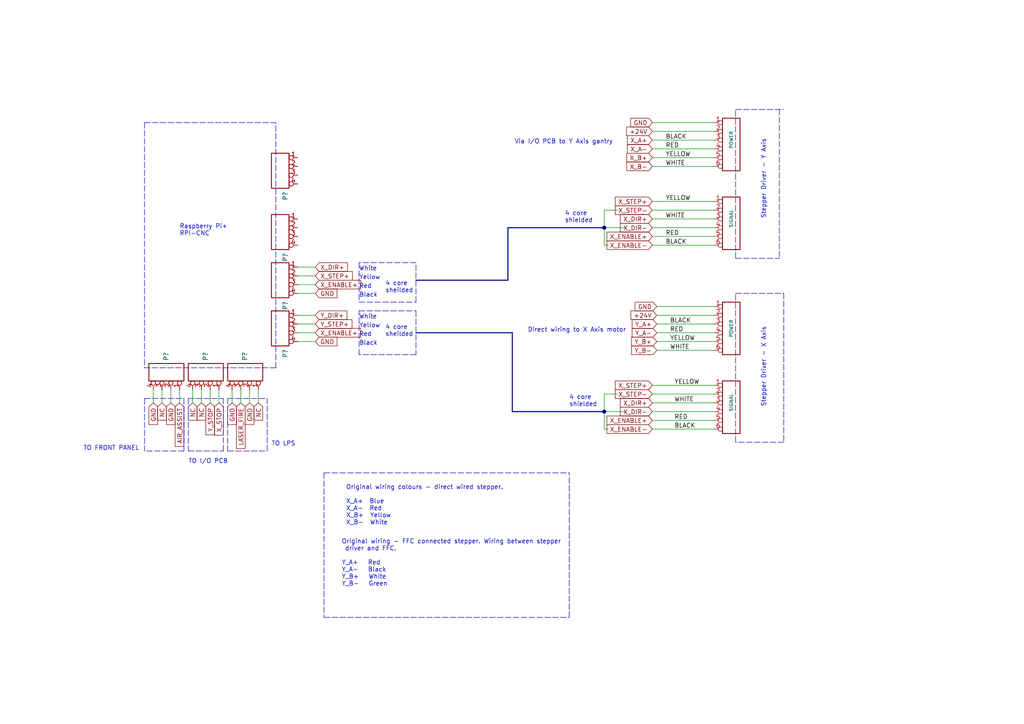
<source format=kicad_sch>
(kicad_sch (version 20210621) (generator eeschema)
  (paper "A4")
  (title_block (title "K40 Control wiring -PiHat") (date "2021-04-14") (rev "1") (company "Hobart Makers") (comment 1 "Geoff Steer") (comment 3 "https://github.com/HobartMakers/K40-Laser.git"))
  (lib_symbols
    (symbol "K40-control-rescue:TCB_4-k40-laser" (pin_names (offset 0.3048) hide)
      (property "Reference" "P" (at -1.27 -12.7 90))
      (property "Value" "TCB_4-k40-laser" (at 1.27 -11.43 90))
      (symbol "TCB_4-k40-laser_0_1"
        (rectangle (start 2.54 -16.51) (end -2.54 -6.35) (stroke (width 0.254)))
        (pin passive inverted (at -5.08 -7.62 0) (length 2.54) (name "P") (number "1"))
      )
      (symbol "TCB_4-k40-laser_1_1"
        (pin passive inverted (at -5.08 -10.16 0) (length 2.54) (name "P") (number "2"))
        (pin passive inverted (at -5.08 -12.7 0) (length 2.54) (name "P") (number "3"))
        (pin passive inverted (at -5.08 -15.24 0) (length 2.54) (name "P") (number "4"))
      )
    )
    (symbol "K40-control-rescue:TCB_6-k40-laser" (pin_names (offset 0.9652) hide)
      (property "Reference" "P" (at -1.27 -2.54 90))
      (property "Value" "TCB_6-k40-laser" (at 1.27 -1.27 90))
      (symbol "TCB_6-k40-laser_0_1"
        (rectangle (start 2.54 -8.89) (end -2.54 6.35) (stroke (width 0.254)))
      )
      (symbol "TCB_6-k40-laser_1_1"
        (pin passive inverted (at -5.08 5.08 0) (length 2.54) (name "P") (number "1"))
        (pin passive inverted (at -5.08 2.54 0) (length 2.54) (name "P") (number "2"))
        (pin passive inverted (at -5.08 0 0) (length 2.54) (name "P") (number "3"))
        (pin passive inverted (at -5.08 -2.54 0) (length 2.54) (name "P") (number "4"))
        (pin passive inverted (at -5.08 -5.08 0) (length 2.54) (name "P") (number "5"))
        (pin passive inverted (at -5.08 -7.62 0) (length 2.54) (name "P") (number "6"))
      )
    )
  )
  (junction (at 175.26 66.04) (diameter 1.016))
  (junction (at 175.26 119.38) (diameter 1.016))
  (wire (pts (xy 44.45 116.84) (xy 44.45 113.03)))
  (wire (pts (xy 46.99 113.03) (xy 46.99 116.84)))
  (wire (pts (xy 49.53 116.84) (xy 49.53 113.03)))
  (wire (pts (xy 52.07 113.03) (xy 52.07 116.84)))
  (wire (pts (xy 55.88 113.03) (xy 55.88 116.84)))
  (wire (pts (xy 58.42 113.03) (xy 58.42 116.84)))
  (wire (pts (xy 60.96 116.84) (xy 60.96 113.03)))
  (wire (pts (xy 63.5 116.84) (xy 63.5 113.03)))
  (wire (pts (xy 67.31 116.84) (xy 67.31 113.03)))
  (wire (pts (xy 69.85 116.84) (xy 69.85 113.03)))
  (wire (pts (xy 72.39 116.84) (xy 72.39 113.03)))
  (wire (pts (xy 74.93 113.03) (xy 74.93 116.84)))
  (wire (pts (xy 86.36 80.01) (xy 91.44 80.01)))
  (wire (pts (xy 86.36 85.09) (xy 91.44 85.09)))
  (wire (pts (xy 86.36 91.44) (xy 91.44 91.44)))
  (wire (pts (xy 86.36 93.98) (xy 91.44 93.98)))
  (wire (pts (xy 86.36 99.06) (xy 91.44 99.06)))
  (wire (pts (xy 91.44 77.47) (xy 86.36 77.47)))
  (wire (pts (xy 91.44 82.55) (xy 86.36 82.55)))
  (wire (pts (xy 91.44 96.52) (xy 86.36 96.52)))
  (wire (pts (xy 175.26 60.96) (xy 175.26 66.04)))
  (wire (pts (xy 175.26 60.96) (xy 179.07 60.96)))
  (wire (pts (xy 175.26 66.04) (xy 175.26 71.12)))
  (wire (pts (xy 175.26 71.12) (xy 176.53 71.12)))
  (wire (pts (xy 175.26 114.3) (xy 175.26 119.38)))
  (wire (pts (xy 175.26 114.3) (xy 179.07 114.3)))
  (wire (pts (xy 175.26 119.38) (xy 175.26 124.46)))
  (wire (pts (xy 175.26 124.46) (xy 176.53 124.46)))
  (wire (pts (xy 181.61 66.04) (xy 175.26 66.04)))
  (wire (pts (xy 181.61 119.38) (xy 175.26 119.38)))
  (wire (pts (xy 189.23 35.56) (xy 207.01 35.56)))
  (wire (pts (xy 189.23 38.1) (xy 207.01 38.1)))
  (wire (pts (xy 189.23 40.64) (xy 207.01 40.64)))
  (wire (pts (xy 189.23 43.18) (xy 207.01 43.18)))
  (wire (pts (xy 189.23 45.72) (xy 207.01 45.72)))
  (wire (pts (xy 189.23 48.26) (xy 207.01 48.26)))
  (wire (pts (xy 189.23 58.42) (xy 207.01 58.42)))
  (wire (pts (xy 189.23 60.96) (xy 207.01 60.96)))
  (wire (pts (xy 189.23 66.04) (xy 207.01 66.04)))
  (wire (pts (xy 189.23 68.58) (xy 207.01 68.58)))
  (wire (pts (xy 189.23 71.12) (xy 207.01 71.12)))
  (wire (pts (xy 189.23 111.76) (xy 207.01 111.76)))
  (wire (pts (xy 189.23 114.3) (xy 207.01 114.3)))
  (wire (pts (xy 189.23 119.38) (xy 207.01 119.38)))
  (wire (pts (xy 189.23 121.92) (xy 207.01 121.92)))
  (wire (pts (xy 189.23 124.46) (xy 207.01 124.46)))
  (wire (pts (xy 190.5 88.9) (xy 207.01 88.9)))
  (wire (pts (xy 190.5 91.44) (xy 207.01 91.44)))
  (wire (pts (xy 190.5 93.98) (xy 207.01 93.98)))
  (wire (pts (xy 190.5 96.52) (xy 207.01 96.52)))
  (wire (pts (xy 190.5 99.06) (xy 207.01 99.06)))
  (wire (pts (xy 190.5 101.6) (xy 207.01 101.6)))
  (wire (pts (xy 207.01 63.5) (xy 189.23 63.5)))
  (wire (pts (xy 207.01 116.84) (xy 189.23 116.84)))
  (bus (pts (xy 120.65 81.28) (xy 147.32 81.28)))
  (bus (pts (xy 120.65 96.52) (xy 148.59 96.52)))
  (bus (pts (xy 147.32 66.04) (xy 147.32 81.28)))
  (bus (pts (xy 148.59 119.38) (xy 148.59 96.52)))
  (bus (pts (xy 148.59 119.38) (xy 175.26 119.38)))
  (bus (pts (xy 175.26 66.04) (xy 147.32 66.04)))
  (polyline (pts (xy 41.91 35.56) (xy 41.91 106.68)) (stroke (width 0) (type dash)))
  (polyline (pts (xy 41.91 35.56) (xy 80.01 35.56)) (stroke (width 0) (type dash)))
  (polyline (pts (xy 41.91 115.57) (xy 41.91 130.81)) (stroke (width 0) (type dash)))
  (polyline (pts (xy 41.91 115.57) (xy 53.34 115.57)) (stroke (width 0) (type dash)))
  (polyline (pts (xy 53.34 115.57) (xy 53.34 130.81)) (stroke (width 0) (type dash)))
  (polyline (pts (xy 53.34 130.81) (xy 41.91 130.81)) (stroke (width 0) (type dash)))
  (polyline (pts (xy 54.61 115.57) (xy 54.61 130.81)) (stroke (width 0) (type dash)))
  (polyline (pts (xy 54.61 115.57) (xy 64.77 115.57)) (stroke (width 0) (type dash)))
  (polyline (pts (xy 54.61 130.81) (xy 64.77 130.81)) (stroke (width 0) (type dash)))
  (polyline (pts (xy 64.77 130.81) (xy 64.77 115.57)) (stroke (width 0) (type dash)))
  (polyline (pts (xy 66.04 115.57) (xy 66.04 130.81)) (stroke (width 0) (type dash)))
  (polyline (pts (xy 66.04 115.57) (xy 77.47 115.57)) (stroke (width 0) (type dash)))
  (polyline (pts (xy 66.04 130.81) (xy 77.47 130.81)) (stroke (width 0) (type dash)))
  (polyline (pts (xy 77.47 130.81) (xy 77.47 115.57)) (stroke (width 0) (type dash)))
  (polyline (pts (xy 80.01 106.68) (xy 41.91 106.68)) (stroke (width 0) (type dash)))
  (polyline (pts (xy 80.01 106.68) (xy 80.01 35.56)) (stroke (width 0) (type dash)))
  (polyline (pts (xy 93.98 137.16) (xy 93.98 179.07)) (stroke (width 0) (type dash)))
  (polyline (pts (xy 93.98 137.16) (xy 165.1 137.16)) (stroke (width 0) (type dash)))
  (polyline (pts (xy 93.98 179.07) (xy 165.1 179.07)) (stroke (width 0) (type dash)))
  (polyline (pts (xy 104.14 76.2) (xy 104.14 87.63)) (stroke (width 0) (type dash)))
  (polyline (pts (xy 104.14 87.63) (xy 120.65 87.63)) (stroke (width 0) (type dash)))
  (polyline (pts (xy 104.14 90.17) (xy 120.65 90.17)) (stroke (width 0) (type dash)))
  (polyline (pts (xy 104.14 102.87) (xy 104.14 90.17)) (stroke (width 0) (type dash)))
  (polyline (pts (xy 120.65 76.2) (xy 104.14 76.2)) (stroke (width 0) (type dash)))
  (polyline (pts (xy 120.65 87.63) (xy 120.65 76.2)) (stroke (width 0) (type dash)))
  (polyline (pts (xy 120.65 90.17) (xy 120.65 102.87)) (stroke (width 0) (type dash)))
  (polyline (pts (xy 120.65 102.87) (xy 104.14 102.87)) (stroke (width 0) (type dash)))
  (polyline (pts (xy 165.1 179.07) (xy 165.1 137.16)) (stroke (width 0) (type dash)))
  (polyline (pts (xy 213.36 31.75) (xy 227.33 31.75)) (stroke (width 0) (type dash)))
  (polyline (pts (xy 213.36 74.93) (xy 213.36 31.75)) (stroke (width 0) (type dash)))
  (polyline (pts (xy 213.36 74.93) (xy 226.06 74.93)) (stroke (width 0) (type dash)))
  (polyline (pts (xy 213.36 85.09) (xy 227.33 85.09)) (stroke (width 0) (type dash)))
  (polyline (pts (xy 213.36 128.27) (xy 213.36 85.09)) (stroke (width 0) (type dash)))
  (polyline (pts (xy 226.06 31.75) (xy 226.06 74.93)) (stroke (width 0) (type dash)))
  (polyline (pts (xy 227.33 85.09) (xy 227.33 128.27)) (stroke (width 0) (type dash)))
  (polyline (pts (xy 227.33 128.27) (xy 213.36 128.27)) (stroke (width 0) (type dash)))
  (text "TO FRONT PANEL" (at 24.13 130.81 0) (effects (font (size 1.27 1.27)) (justify left bottom)))
  (text "Raspberry Pi+\nRPI-CNC" (at 52.07 68.58 0) (effects (font (size 1.27 1.27)) (justify left bottom)))
  (text "TO I/O PCB" (at 54.61 134.62 0) (effects (font (size 1.27 1.27)) (justify left bottom)))
  (text "TO LPS" (at 78.74 129.54 0) (effects (font (size 1.27 1.27)) (justify left bottom)))
  (text "Original wiring - FFC connected stepper. Wiring between stepper\n driver and FFC.\n\nY_A+   Red\nY_A-   Black\nY_B+   White\nY_B-   Green" (at 99.06 170.18 0) (effects (font (size 1.27 1.27)) (justify left bottom)))
  (text "Original wiring colours - direct wired stepper.\n\nX_A+  Blue\nX_A-  Red\nX_B+  Yellow\nX_B-  White" (at 100.33 152.4 0) (effects (font (size 1.27 1.27)) (justify left bottom)))
  (text "White" (at 104.14 78.74 0) (effects (font (size 1.27 1.27)) (justify left bottom)))
  (text "Yellow" (at 104.14 81.28 0) (effects (font (size 1.27 1.27)) (justify left bottom)))
  (text "Red" (at 104.14 83.82 0) (effects (font (size 1.27 1.27)) (justify left bottom)))
  (text "Black" (at 104.14 86.36 0) (effects (font (size 1.27 1.27)) (justify left bottom)))
  (text "White" (at 104.14 92.71 0) (effects (font (size 1.27 1.27)) (justify left bottom)))
  (text "Yellow" (at 104.14 95.25 0) (effects (font (size 1.27 1.27)) (justify left bottom)))
  (text "Red" (at 104.14 97.79 0) (effects (font (size 1.27 1.27)) (justify left bottom)))
  (text "Black" (at 104.14 100.33 0) (effects (font (size 1.27 1.27)) (justify left bottom)))
  (text "4 core \nsheilded" (at 111.76 85.09 0) (effects (font (size 1.27 1.27)) (justify left bottom)))
  (text "4 core \nsheilded" (at 111.76 97.79 0) (effects (font (size 1.27 1.27)) (justify left bottom)))
  (text "4 core \nshielded" (at 163.83 64.77 0) (effects (font (size 1.27 1.27)) (justify left bottom)))
  (text "4 core \nshielded" (at 165.1 118.11 0) (effects (font (size 1.27 1.27)) (justify left bottom)))
  (text "Via I/O PCB to Y Axis gantry" (at 177.8 41.91 180) (effects (font (size 1.27 1.27)) (justify right bottom)))
  (text "Direct wiring to X Axis motor\n" (at 181.61 96.52 180) (effects (font (size 1.27 1.27)) (justify right bottom)))
  (text "Stepper Driver - Y Axis" (at 222.25 63.5 90) (effects (font (size 1.27 1.27)) (justify left bottom)))
  (text "Stepper Driver - X Axis" (at 222.25 118.11 90) (effects (font (size 1.27 1.27)) (justify left bottom)))
  (label "BLACK" (at 193.04 40.64 0))
  (label "RED" (at 193.04 43.18 0))
  (label "YELLOW" (at 193.04 45.72 0))
  (label "WHITE" (at 193.04 48.26 0))
  (label "YELLOW" (at 193.04 58.42 0))
  (label "WHITE" (at 193.04 63.5 0))
  (label "RED" (at 193.04 68.58 0))
  (label "BLACK" (at 193.04 71.12 0))
  (label "BLACK" (at 194.31 93.98 0))
  (label "RED" (at 194.31 96.52 0))
  (label "YELLOW" (at 194.31 99.06 0))
  (label "WHITE" (at 194.31 101.6 0))
  (label "YELLOW" (at 195.58 111.76 0))
  (label "WHITE" (at 195.58 116.84 0))
  (label "RED" (at 195.58 121.92 0))
  (label "BLACK" (at 195.58 124.46 0))
  (global_label "GND" (shape input) (at 44.45 116.84 270) (property "Intersheet References" "${INTERSHEET_REFS}" (effects hide)))
  (global_label "NC" (shape input) (at 46.99 116.84 270) (property "Intersheet References" "${INTERSHEET_REFS}" (effects hide)))
  (global_label "GND" (shape input) (at 49.53 116.84 270) (property "Intersheet References" "${INTERSHEET_REFS}" (effects hide)))
  (global_label "AIR_ASSIST" (shape input) (at 52.07 116.84 270) (property "Intersheet References" "${INTERSHEET_REFS}" (effects hide)))
  (global_label "NC" (shape input) (at 55.88 116.84 270) (property "Intersheet References" "${INTERSHEET_REFS}" (effects hide)))
  (global_label "NC" (shape input) (at 58.42 116.84 270) (property "Intersheet References" "${INTERSHEET_REFS}" (effects hide)))
  (global_label "Y_STOP" (shape input) (at 60.96 116.84 270) (property "Intersheet References" "${INTERSHEET_REFS}" (effects hide)))
  (global_label "X_STOP" (shape input) (at 63.5 116.84 270) (property "Intersheet References" "${INTERSHEET_REFS}" (effects hide)))
  (global_label "GND" (shape input) (at 67.31 116.84 270) (property "Intersheet References" "${INTERSHEET_REFS}" (effects hide)))
  (global_label "LASER_FIRE" (shape input) (at 69.85 116.84 270) (property "Intersheet References" "${INTERSHEET_REFS}" (effects hide)))
  (global_label "GND" (shape input) (at 72.39 116.84 270) (property "Intersheet References" "${INTERSHEET_REFS}" (effects hide)))
  (global_label "NC" (shape input) (at 74.93 116.84 270) (property "Intersheet References" "${INTERSHEET_REFS}" (effects hide)))
  (global_label "X_DIR+" (shape input) (at 91.44 77.47 0) (property "Intersheet References" "${INTERSHEET_REFS}" (effects hide)))
  (global_label "X_STEP+" (shape input) (at 91.44 80.01 0) (property "Intersheet References" "${INTERSHEET_REFS}" (effects hide)))
  (global_label "X_ENABLE+" (shape input) (at 91.44 82.55 0) (property "Intersheet References" "${INTERSHEET_REFS}" (effects hide)))
  (global_label "GND" (shape input) (at 91.44 85.09 0) (property "Intersheet References" "${INTERSHEET_REFS}" (effects hide)))
  (global_label "Y_DIR+" (shape input) (at 91.44 91.44 0) (property "Intersheet References" "${INTERSHEET_REFS}" (effects hide)))
  (global_label "Y_STEP+" (shape input) (at 91.44 93.98 0) (property "Intersheet References" "${INTERSHEET_REFS}" (effects hide)))
  (global_label "X_ENABLE+" (shape input) (at 91.44 96.52 0) (property "Intersheet References" "${INTERSHEET_REFS}" (effects hide)))
  (global_label "GND" (shape input) (at 91.44 99.06 0) (property "Intersheet References" "${INTERSHEET_REFS}" (effects hide)))
  (global_label "GND" (shape input) (at 189.23 35.56 180) (property "Intersheet References" "${INTERSHEET_REFS}" (effects hide)))
  (global_label "+24V" (shape input) (at 189.23 38.1 180) (property "Intersheet References" "${INTERSHEET_REFS}" (effects hide)))
  (global_label "X_A+" (shape input) (at 189.23 40.64 180) (property "Intersheet References" "${INTERSHEET_REFS}" (effects hide)))
  (global_label "X_A-" (shape input) (at 189.23 43.18 180) (property "Intersheet References" "${INTERSHEET_REFS}" (effects hide)))
  (global_label "X_B+" (shape input) (at 189.23 45.72 180) (property "Intersheet References" "${INTERSHEET_REFS}" (effects hide)))
  (global_label "X_B-" (shape input) (at 189.23 48.26 180) (property "Intersheet References" "${INTERSHEET_REFS}" (effects hide)))
  (global_label "X_STEP+" (shape input) (at 189.23 58.42 180) (property "Intersheet References" "${INTERSHEET_REFS}" (effects hide)))
  (global_label "X_STEP-" (shape input) (at 189.23 60.96 180) (property "Intersheet References" "${INTERSHEET_REFS}" (effects hide)))
  (global_label "X_DIR+" (shape input) (at 189.23 63.5 180) (property "Intersheet References" "${INTERSHEET_REFS}" (effects hide)))
  (global_label "X_DIR-" (shape input) (at 189.23 66.04 180) (property "Intersheet References" "${INTERSHEET_REFS}" (effects hide)))
  (global_label "X_ENABLE+" (shape input) (at 189.23 68.58 180) (property "Intersheet References" "${INTERSHEET_REFS}" (effects hide)))
  (global_label "X_ENABLE-" (shape input) (at 189.23 71.12 180) (property "Intersheet References" "${INTERSHEET_REFS}" (effects hide)))
  (global_label "X_STEP+" (shape input) (at 189.23 111.76 180) (property "Intersheet References" "${INTERSHEET_REFS}" (effects hide)))
  (global_label "X_STEP-" (shape input) (at 189.23 114.3 180) (property "Intersheet References" "${INTERSHEET_REFS}" (effects hide)))
  (global_label "X_DIR+" (shape input) (at 189.23 116.84 180) (property "Intersheet References" "${INTERSHEET_REFS}" (effects hide)))
  (global_label "X_DIR-" (shape input) (at 189.23 119.38 180) (property "Intersheet References" "${INTERSHEET_REFS}" (effects hide)))
  (global_label "X_ENABLE+" (shape input) (at 189.23 121.92 180) (property "Intersheet References" "${INTERSHEET_REFS}" (effects hide)))
  (global_label "X_ENABLE-" (shape input) (at 189.23 124.46 180) (property "Intersheet References" "${INTERSHEET_REFS}" (effects hide)))
  (global_label "GND" (shape input) (at 190.5 88.9 180) (property "Intersheet References" "${INTERSHEET_REFS}" (effects hide)))
  (global_label "+24V" (shape input) (at 190.5 91.44 180) (property "Intersheet References" "${INTERSHEET_REFS}" (effects hide)))
  (global_label "Y_A+" (shape input) (at 190.5 93.98 180) (property "Intersheet References" "${INTERSHEET_REFS}" (effects hide)))
  (global_label "Y_A-" (shape input) (at 190.5 96.52 180) (property "Intersheet References" "${INTERSHEET_REFS}" (effects hide)))
  (global_label "Y_B+" (shape input) (at 190.5 99.06 180) (property "Intersheet References" "${INTERSHEET_REFS}" (effects hide)))
  (global_label "Y_B-" (shape input) (at 190.5 101.6 180) (property "Intersheet References" "${INTERSHEET_REFS}" (effects hide)))
  (symbol (lib_id "K40-control-rescue:TCB_4-k40-laser") (at 59.69 107.95 270) (mirror x) (unit 1)
    (property "Reference" "P?" (at 48.1584 104.648 0) (effects (justify left)))
    (property "Value" "TCB_4" (effects hide))
  )
  (symbol (lib_id "K40-control-rescue:TCB_4-k40-laser") (at 71.12 107.95 270) (mirror x) (unit 1)
    (property "Reference" "P?" (at 59.5884 104.648 0) (effects (justify left)))
    (property "Value" "TCB_4" (effects hide))
  )
  (symbol (lib_id "K40-control-rescue:TCB_4-k40-laser") (at 81.28 38.1 0) (mirror y) (unit 1)
    (property "Reference" "P?" (at 82.7278 55.5752 90) (effects (justify right)))
    (property "Value" "TCB_4" (effects hide))
  )
  (symbol (lib_id "K40-control-rescue:TCB_4-k40-laser") (at 81.28 55.88 0) (mirror y) (unit 1)
    (property "Reference" "P?" (at 82.7278 73.3552 90) (effects (justify right)))
    (property "Value" "TCB_4" (effects hide))
  )
  (symbol (lib_id "K40-control-rescue:TCB_4-k40-laser") (at 81.28 69.85 0) (mirror y) (unit 1)
    (property "Reference" "P?" (at 82.7278 87.3252 90) (effects (justify right)))
    (property "Value" "TCB_4" (effects hide))
  )
  (symbol (lib_id "K40-control-rescue:TCB_4-k40-laser") (at 81.28 83.82 0) (mirror y) (unit 1)
    (property "Reference" "P?" (at 82.7278 101.2952 90) (effects (justify right)))
    (property "Value" "TCB_4" (effects hide))
  )
  (symbol (lib_id "K40-control-rescue:TCB_4-k40-laser") (at 82.55 107.95 270) (mirror x) (unit 1)
    (property "Reference" "P?" (at 71.0184 104.648 0) (effects (justify left)))
    (property "Value" "TCB_4" (effects hide))
  )
  (symbol (lib_id "K40-control-rescue:TCB_6-k40-laser") (at 212.09 40.64 0) (unit 1)
    (property "Reference" "P?" (effects hide))
    (property "Value" "POWER" (at 212.09 43.18 90) (effects (font (size 0.9906 0.9906)) (justify left)))
  )
  (symbol (lib_id "K40-control-rescue:TCB_6-k40-laser") (at 212.09 63.5 0) (unit 1)
    (property "Reference" "P?" (effects hide))
    (property "Value" "SIGNAL" (at 212.09 66.04 90) (effects (font (size 0.9906 0.9906)) (justify left)))
  )
  (symbol (lib_id "K40-control-rescue:TCB_6-k40-laser") (at 212.09 93.98 0) (unit 1)
    (property "Reference" "P?" (effects hide))
    (property "Value" "POWER" (at 212.09 95.25 90) (effects (font (size 0.9906 0.9906))))
  )
  (symbol (lib_id "K40-control-rescue:TCB_6-k40-laser") (at 212.09 116.84 0) (unit 1)
    (property "Reference" "P?" (effects hide))
    (property "Value" "SIGNAL" (at 212.09 119.38 90) (effects (font (size 0.9906 0.9906)) (justify left)))
  )
)
</source>
